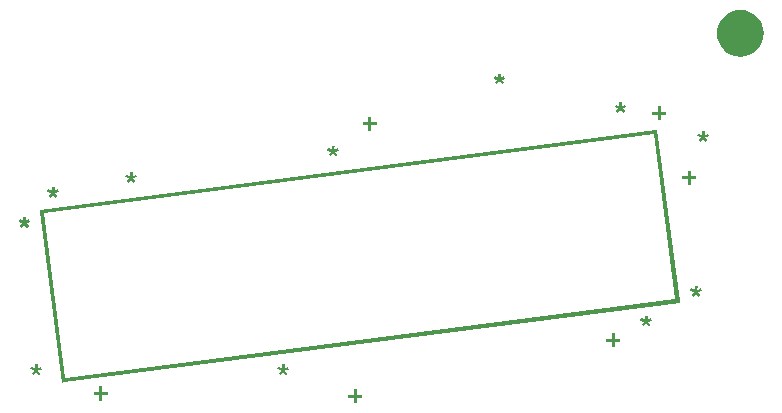
<source format=gbs>
G04*
G04 #@! TF.GenerationSoftware,Altium Limited,Altium Designer,23.3.1 (30)*
G04*
G04 Layer_Color=16711935*
%FSLAX44Y44*%
%MOMM*%
G71*
G04*
G04 #@! TF.SameCoordinates,9821F40D-38B2-4F82-885C-9BFABF201401*
G04*
G04*
G04 #@! TF.FilePolarity,Negative*
G04*
G01*
G75*
%ADD11C,3.2032*%
G36*
X726550Y432593D02*
X730284Y431460D01*
X733726Y429621D01*
X736742Y427145D01*
X739217Y424129D01*
X741057Y420687D01*
X742189Y416953D01*
X742572Y413070D01*
X742189Y409187D01*
X741057Y405453D01*
X739217Y402011D01*
X736742Y398995D01*
X733726Y396519D01*
X730284Y394680D01*
X726550Y393547D01*
X722667Y393165D01*
X718783Y393547D01*
X715049Y394680D01*
X711608Y396519D01*
X708591Y398995D01*
X706116Y402011D01*
X704277Y405453D01*
X703144Y409187D01*
X702761Y413070D01*
X703144Y416953D01*
X704277Y420687D01*
X706116Y424129D01*
X708591Y427145D01*
X711608Y429621D01*
X715049Y431460D01*
X718783Y432593D01*
X722667Y432975D01*
X726550Y432593D01*
D02*
G37*
G36*
X519898Y375815D02*
X519903Y375801D01*
X519902Y375787D01*
X519911Y375777D01*
X519916Y375765D01*
X519929Y375759D01*
X519939Y375749D01*
X519952Y375748D01*
X519963Y375743D01*
X519977Y375748D01*
X519991Y375748D01*
X522928Y376906D01*
X523727Y374600D01*
X520700Y373820D01*
X520690Y373812D01*
X520677Y373809D01*
X520669Y373797D01*
X520658Y373788D01*
X520656Y373775D01*
X520649Y373764D01*
X520653Y373750D01*
X520651Y373736D01*
X520659Y373726D01*
X520662Y373713D01*
X522510Y371201D01*
X520612Y369808D01*
X518837Y372459D01*
X518825Y372466D01*
X518817Y372478D01*
X518804Y372480D01*
X518793Y372488D01*
X518779Y372485D01*
X518766Y372488D01*
X518755Y372480D01*
X518741Y372478D01*
X518733Y372466D01*
X518722Y372459D01*
X516970Y369831D01*
X515074Y371225D01*
X516899Y373713D01*
X516902Y373725D01*
X516910Y373735D01*
X516908Y373750D01*
X516911Y373764D01*
X516904Y373775D01*
X516903Y373787D01*
X516891Y373796D01*
X516884Y373809D01*
X516871Y373812D01*
X516861Y373820D01*
X513905Y374623D01*
X514681Y376906D01*
X517567Y375748D01*
X517582Y375748D01*
X517595Y375743D01*
X517607Y375748D01*
X517619Y375748D01*
X517630Y375759D01*
X517643Y375765D01*
X517647Y375777D01*
X517656Y375786D01*
X517656Y375801D01*
X517661Y375815D01*
X517520Y378986D01*
X520040D01*
X519898Y375815D01*
D02*
G37*
G36*
X622389Y351694D02*
X622394Y351680D01*
X622394Y351666D01*
X622403Y351656D01*
X622407Y351645D01*
X622420Y351638D01*
X622430Y351628D01*
X622443Y351628D01*
X622454Y351622D01*
X622468Y351627D01*
X622483Y351627D01*
X625419Y352785D01*
X626219Y350479D01*
X623192Y349699D01*
X623181Y349691D01*
X623168Y349688D01*
X623161Y349676D01*
X623150Y349667D01*
X623148Y349654D01*
X623141Y349643D01*
X623144Y349629D01*
X623142Y349615D01*
X623150Y349605D01*
X623153Y349592D01*
X625001Y347080D01*
X623104Y345687D01*
X621328Y348338D01*
X621316Y348345D01*
X621309Y348357D01*
X621296Y348359D01*
X621284Y348367D01*
X621271Y348364D01*
X621257Y348367D01*
X621246Y348359D01*
X621232Y348357D01*
X621225Y348345D01*
X621214Y348338D01*
X619461Y345710D01*
X617565Y347104D01*
X619390Y349592D01*
X619393Y349604D01*
X619401Y349614D01*
X619399Y349629D01*
X619403Y349643D01*
X619396Y349654D01*
X619394Y349667D01*
X619383Y349675D01*
X619375Y349688D01*
X619363Y349691D01*
X619353Y349699D01*
X616397Y350502D01*
X617172Y352785D01*
X620058Y351627D01*
X620073Y351627D01*
X620087Y351622D01*
X620098Y351628D01*
X620111Y351628D01*
X620121Y351638D01*
X620135Y351644D01*
X620139Y351656D01*
X620148Y351665D01*
X620148Y351680D01*
X620153Y351694D01*
X620012Y354865D01*
X622532D01*
X622389Y351694D01*
D02*
G37*
G36*
X655283Y346877D02*
X655303Y346829D01*
X655352Y346809D01*
X659993D01*
Y344369D01*
X655352D01*
X655303Y344349D01*
X655283Y344300D01*
Y339629D01*
X652841D01*
Y344300D01*
X652821Y344349D01*
X652772Y344369D01*
X648131D01*
Y346809D01*
X652772D01*
X652821Y346829D01*
X652841Y346877D01*
Y351548D01*
X655283D01*
Y346877D01*
D02*
G37*
G36*
X410089Y337678D02*
X410109Y337630D01*
X410158Y337610D01*
X414799D01*
Y335170D01*
X410158D01*
X410109Y335149D01*
X410089Y335101D01*
Y330430D01*
X407647D01*
Y335101D01*
X407627Y335149D01*
X407578Y335170D01*
X402937D01*
Y337610D01*
X407578D01*
X407627Y337630D01*
X407647Y337678D01*
Y342349D01*
X410089D01*
Y337678D01*
D02*
G37*
G36*
X692422Y327121D02*
X692427Y327108D01*
X692427Y327093D01*
X692436Y327084D01*
X692440Y327072D01*
X692453Y327066D01*
X692463Y327055D01*
X692476Y327055D01*
X692487Y327049D01*
X692501Y327054D01*
X692516Y327054D01*
X695452Y328213D01*
X696252Y325906D01*
X693225Y325126D01*
X693214Y325118D01*
X693201Y325115D01*
X693194Y325103D01*
X693183Y325095D01*
X693181Y325081D01*
X693174Y325070D01*
X693177Y325056D01*
X693175Y325043D01*
X693183Y325032D01*
X693186Y325019D01*
X695034Y322507D01*
X693137Y321114D01*
X691361Y323765D01*
X691349Y323773D01*
X691342Y323784D01*
X691328Y323787D01*
X691317Y323794D01*
X691304Y323792D01*
X691290Y323794D01*
X691279Y323787D01*
X691265Y323784D01*
X691258Y323773D01*
X691246Y323765D01*
X689494Y321138D01*
X687598Y322531D01*
X689423Y325019D01*
X689426Y325032D01*
X689434Y325042D01*
X689432Y325056D01*
X689436Y325070D01*
X689429Y325081D01*
X689427Y325094D01*
X689416Y325103D01*
X689408Y325115D01*
X689396Y325118D01*
X689386Y325126D01*
X686430Y325929D01*
X687205Y328212D01*
X690091Y327054D01*
X690106Y327054D01*
X690120Y327049D01*
X690131Y327055D01*
X690144Y327055D01*
X690154Y327065D01*
X690167Y327072D01*
X690172Y327084D01*
X690181Y327093D01*
X690180Y327107D01*
X690185Y327121D01*
X690045Y330293D01*
X692565D01*
X692422Y327121D01*
D02*
G37*
G36*
X379060Y314847D02*
X379065Y314833D01*
X379064Y314818D01*
X379073Y314809D01*
X379078Y314797D01*
X379091Y314791D01*
X379101Y314781D01*
X379114Y314780D01*
X379125Y314775D01*
X379139Y314780D01*
X379154Y314780D01*
X382090Y315938D01*
X382890Y313632D01*
X379862Y312852D01*
X379852Y312844D01*
X379839Y312840D01*
X379831Y312829D01*
X379820Y312820D01*
X379818Y312807D01*
X379812Y312796D01*
X379815Y312782D01*
X379813Y312768D01*
X379821Y312757D01*
X379824Y312744D01*
X381672Y310233D01*
X379774Y308839D01*
X377999Y311491D01*
X377987Y311498D01*
X377980Y311509D01*
X377966Y311512D01*
X377955Y311520D01*
X377941Y311517D01*
X377928Y311520D01*
X377917Y311512D01*
X377903Y311509D01*
X377896Y311498D01*
X377884Y311490D01*
X376132Y308863D01*
X374236Y310257D01*
X376061Y312745D01*
X376064Y312757D01*
X376072Y312767D01*
X376070Y312782D01*
X376073Y312796D01*
X376067Y312807D01*
X376065Y312819D01*
X376053Y312828D01*
X376046Y312841D01*
X376033Y312844D01*
X376023Y312852D01*
X373067Y313654D01*
X373843Y315938D01*
X376729Y314780D01*
X376744Y314780D01*
X376758Y314775D01*
X376769Y314780D01*
X376782Y314780D01*
X376792Y314791D01*
X376805Y314797D01*
X376810Y314809D01*
X376818Y314818D01*
X376818Y314833D01*
X376823Y314847D01*
X376682Y318018D01*
X379202D01*
X379060Y314847D01*
D02*
G37*
G36*
X208087Y292349D02*
X208092Y292335D01*
X208092Y292320D01*
X208101Y292311D01*
X208105Y292299D01*
X208119Y292293D01*
X208129Y292283D01*
X208141Y292282D01*
X208153Y292277D01*
X208167Y292282D01*
X208181Y292282D01*
X211117Y293440D01*
X211917Y291134D01*
X208890Y290354D01*
X208880Y290346D01*
X208867Y290343D01*
X208859Y290331D01*
X208848Y290322D01*
X208846Y290309D01*
X208839Y290298D01*
X208843Y290284D01*
X208841Y290270D01*
X208849Y290259D01*
X208852Y290247D01*
X210700Y287735D01*
X208802Y286341D01*
X207026Y288993D01*
X207015Y289000D01*
X207007Y289012D01*
X206994Y289014D01*
X206982Y289022D01*
X206969Y289019D01*
X206956Y289022D01*
X206944Y289014D01*
X206931Y289012D01*
X206923Y289000D01*
X206912Y288993D01*
X205160Y286365D01*
X203264Y287759D01*
X205089Y290247D01*
X205091Y290259D01*
X205099Y290269D01*
X205098Y290284D01*
X205101Y290298D01*
X205094Y290309D01*
X205093Y290322D01*
X205081Y290330D01*
X205074Y290343D01*
X205061Y290346D01*
X205051Y290354D01*
X202095Y291157D01*
X202871Y293440D01*
X205757Y292282D01*
X205771Y292282D01*
X205785Y292277D01*
X205797Y292282D01*
X205809Y292283D01*
X205820Y292293D01*
X205833Y292299D01*
X205837Y292311D01*
X205846Y292320D01*
X205846Y292335D01*
X205851Y292349D01*
X205710Y295520D01*
X208230D01*
X208087Y292349D01*
D02*
G37*
G36*
X680562Y292205D02*
X680582Y292156D01*
X680631Y292136D01*
X685272D01*
Y289696D01*
X680631D01*
X680582Y289676D01*
X680562Y289627D01*
Y284957D01*
X678120D01*
Y289627D01*
X678100Y289676D01*
X678051Y289696D01*
X673410D01*
Y292136D01*
X678051D01*
X678100Y292156D01*
X678120Y292205D01*
Y296876D01*
X680562D01*
Y292205D01*
D02*
G37*
G36*
X142044Y279953D02*
X142049Y279939D01*
X142049Y279925D01*
X142058Y279916D01*
X142062Y279904D01*
X142075Y279898D01*
X142086Y279887D01*
X142098Y279887D01*
X142110Y279881D01*
X142123Y279886D01*
X142138Y279886D01*
X145074Y281045D01*
X145874Y278738D01*
X142847Y277958D01*
X142836Y277950D01*
X142823Y277947D01*
X142816Y277935D01*
X142805Y277927D01*
X142803Y277913D01*
X142796Y277902D01*
X142800Y277888D01*
X142797Y277875D01*
X142806Y277864D01*
X142809Y277851D01*
X144657Y275339D01*
X142759Y273946D01*
X140983Y276597D01*
X140972Y276605D01*
X140964Y276616D01*
X140951Y276619D01*
X140939Y276626D01*
X140926Y276624D01*
X140913Y276626D01*
X140901Y276619D01*
X140888Y276616D01*
X140880Y276605D01*
X140869Y276597D01*
X139116Y273970D01*
X137221Y275363D01*
X139045Y277851D01*
X139048Y277864D01*
X139056Y277874D01*
X139054Y277888D01*
X139058Y277902D01*
X139051Y277913D01*
X139050Y277926D01*
X139038Y277935D01*
X139031Y277947D01*
X139018Y277950D01*
X139008Y277958D01*
X136052Y278761D01*
X136827Y281044D01*
X139713Y279886D01*
X139728Y279886D01*
X139742Y279881D01*
X139754Y279887D01*
X139766Y279887D01*
X139776Y279897D01*
X139790Y279904D01*
X139794Y279916D01*
X139803Y279925D01*
X139803Y279939D01*
X139808Y279953D01*
X139667Y283125D01*
X142187D01*
X142044Y279953D01*
D02*
G37*
G36*
X117661Y254433D02*
X117666Y254419D01*
X117666Y254405D01*
X117675Y254395D01*
X117679Y254383D01*
X117692Y254377D01*
X117702Y254367D01*
X117715Y254366D01*
X117726Y254361D01*
X117740Y254366D01*
X117755Y254366D01*
X120691Y255524D01*
X121491Y253218D01*
X118464Y252438D01*
X118453Y252430D01*
X118440Y252427D01*
X118433Y252415D01*
X118422Y252406D01*
X118420Y252393D01*
X118413Y252382D01*
X118416Y252368D01*
X118414Y252354D01*
X118422Y252344D01*
X118425Y252331D01*
X120274Y249819D01*
X118376Y248426D01*
X116600Y251077D01*
X116588Y251084D01*
X116581Y251096D01*
X116567Y251098D01*
X116556Y251106D01*
X116543Y251103D01*
X116529Y251106D01*
X116518Y251098D01*
X116504Y251096D01*
X116497Y251084D01*
X116486Y251077D01*
X114733Y248449D01*
X112837Y249843D01*
X114662Y252331D01*
X114665Y252343D01*
X114673Y252353D01*
X114671Y252368D01*
X114675Y252382D01*
X114668Y252393D01*
X114666Y252405D01*
X114655Y252414D01*
X114647Y252427D01*
X114635Y252430D01*
X114625Y252438D01*
X111669Y253241D01*
X112444Y255524D01*
X115330Y254366D01*
X115345Y254366D01*
X115359Y254361D01*
X115370Y254366D01*
X115383Y254366D01*
X115393Y254377D01*
X115407Y254383D01*
X115411Y254395D01*
X115420Y254404D01*
X115419Y254419D01*
X115424Y254433D01*
X115284Y257604D01*
X117804D01*
X117661Y254433D01*
D02*
G37*
G36*
X686422Y196047D02*
X686427Y196033D01*
X686427Y196019D01*
X686435Y196010D01*
X686440Y195998D01*
X686453Y195991D01*
X686463Y195981D01*
X686476Y195981D01*
X686488Y195975D01*
X686501Y195980D01*
X686516Y195980D01*
X689452Y197139D01*
X690252Y194832D01*
X687225Y194052D01*
X687214Y194044D01*
X687201Y194041D01*
X687194Y194029D01*
X687183Y194021D01*
X687181Y194007D01*
X687174Y193996D01*
X687177Y193982D01*
X687175Y193969D01*
X687183Y193958D01*
X687186Y193945D01*
X689034Y191433D01*
X687137Y190040D01*
X685361Y192691D01*
X685349Y192699D01*
X685342Y192710D01*
X685328Y192713D01*
X685317Y192720D01*
X685304Y192718D01*
X685290Y192720D01*
X685279Y192713D01*
X685265Y192710D01*
X685258Y192699D01*
X685247Y192691D01*
X683494Y190064D01*
X681598Y191457D01*
X683423Y193945D01*
X683426Y193958D01*
X683434Y193968D01*
X683432Y193982D01*
X683436Y193996D01*
X683429Y194007D01*
X683427Y194020D01*
X683416Y194029D01*
X683408Y194041D01*
X683396Y194044D01*
X683386Y194052D01*
X680430Y194855D01*
X681205Y197138D01*
X684091Y195980D01*
X684106Y195980D01*
X684120Y195975D01*
X684131Y195981D01*
X684144Y195981D01*
X684154Y195991D01*
X684167Y195998D01*
X684172Y196009D01*
X684181Y196018D01*
X684180Y196033D01*
X684185Y196047D01*
X684045Y199219D01*
X686565D01*
X686422Y196047D01*
D02*
G37*
G36*
X644143Y171017D02*
X644148Y171003D01*
X644147Y170988D01*
X644156Y170979D01*
X644161Y170967D01*
X644174Y170961D01*
X644184Y170951D01*
X644197Y170950D01*
X644208Y170945D01*
X644222Y170950D01*
X644237Y170950D01*
X647173Y172108D01*
X647973Y169802D01*
X644946Y169022D01*
X644935Y169014D01*
X644922Y169011D01*
X644915Y168999D01*
X644903Y168990D01*
X644902Y168977D01*
X644895Y168966D01*
X644898Y168952D01*
X644896Y168938D01*
X644904Y168927D01*
X644907Y168915D01*
X646755Y166403D01*
X644858Y165009D01*
X643082Y167661D01*
X643070Y167668D01*
X643063Y167680D01*
X643049Y167682D01*
X643038Y167690D01*
X643025Y167687D01*
X643011Y167690D01*
X643000Y167682D01*
X642986Y167680D01*
X642979Y167668D01*
X642967Y167661D01*
X641215Y165033D01*
X639319Y166427D01*
X641144Y168915D01*
X641147Y168927D01*
X641155Y168937D01*
X641153Y168952D01*
X641156Y168966D01*
X641150Y168977D01*
X641148Y168989D01*
X641137Y168998D01*
X641129Y169011D01*
X641117Y169014D01*
X641106Y169022D01*
X638151Y169825D01*
X638926Y172108D01*
X641812Y170950D01*
X641827Y170950D01*
X641841Y170945D01*
X641852Y170950D01*
X641865Y170950D01*
X641875Y170961D01*
X641888Y170967D01*
X641893Y170979D01*
X641901Y170988D01*
X641901Y171003D01*
X641906Y171017D01*
X641766Y174188D01*
X644286D01*
X644143Y171017D01*
D02*
G37*
G36*
X616529Y154608D02*
X616549Y154559D01*
X616598Y154539D01*
X621239D01*
Y152099D01*
X616598D01*
X616549Y152079D01*
X616529Y152030D01*
Y147360D01*
X614087D01*
Y152030D01*
X614067Y152079D01*
X614018Y152099D01*
X609377D01*
Y154539D01*
X614018D01*
X614067Y154559D01*
X614087Y154608D01*
Y159279D01*
X616529D01*
Y154608D01*
D02*
G37*
G36*
X336832Y129674D02*
X336837Y129660D01*
X336836Y129646D01*
X336845Y129636D01*
X336850Y129624D01*
X336863Y129618D01*
X336873Y129608D01*
X336886Y129607D01*
X336897Y129602D01*
X336911Y129607D01*
X336926Y129607D01*
X339862Y130765D01*
X340662Y128459D01*
X337634Y127679D01*
X337624Y127671D01*
X337611Y127668D01*
X337603Y127656D01*
X337592Y127647D01*
X337590Y127634D01*
X337584Y127623D01*
X337587Y127609D01*
X337585Y127595D01*
X337593Y127585D01*
X337596Y127572D01*
X339444Y125060D01*
X337546Y123666D01*
X335770Y126318D01*
X335759Y126325D01*
X335752Y126337D01*
X335738Y126339D01*
X335727Y126347D01*
X335713Y126344D01*
X335700Y126347D01*
X335689Y126339D01*
X335675Y126337D01*
X335668Y126325D01*
X335656Y126318D01*
X333904Y123690D01*
X332008Y125084D01*
X333833Y127572D01*
X333836Y127584D01*
X333844Y127594D01*
X333842Y127609D01*
X333845Y127623D01*
X333839Y127634D01*
X333837Y127647D01*
X333825Y127655D01*
X333818Y127668D01*
X333805Y127671D01*
X333795Y127679D01*
X330840Y128482D01*
X331615Y130765D01*
X334501Y129607D01*
X334516Y129607D01*
X334530Y129602D01*
X334541Y129607D01*
X334553Y129607D01*
X334564Y129618D01*
X334577Y129624D01*
X334581Y129636D01*
X334590Y129645D01*
X334590Y129660D01*
X334595Y129674D01*
X334454Y132845D01*
X336974D01*
X336832Y129674D01*
D02*
G37*
G36*
X127661D02*
X127666Y129660D01*
X127666Y129646D01*
X127675Y129636D01*
X127679Y129624D01*
X127692Y129618D01*
X127702Y129608D01*
X127715Y129607D01*
X127726Y129602D01*
X127740Y129607D01*
X127755Y129607D01*
X130691Y130765D01*
X131491Y128459D01*
X128464Y127679D01*
X128453Y127671D01*
X128440Y127668D01*
X128433Y127656D01*
X128422Y127647D01*
X128420Y127634D01*
X128413Y127623D01*
X128416Y127609D01*
X128414Y127595D01*
X128422Y127585D01*
X128425Y127572D01*
X130274Y125060D01*
X128376Y123666D01*
X126600Y126318D01*
X126588Y126325D01*
X126581Y126337D01*
X126567Y126339D01*
X126556Y126347D01*
X126543Y126344D01*
X126529Y126347D01*
X126518Y126339D01*
X126504Y126337D01*
X126497Y126325D01*
X126486Y126318D01*
X124733Y123690D01*
X122837Y125084D01*
X124662Y127572D01*
X124665Y127584D01*
X124673Y127594D01*
X124671Y127609D01*
X124675Y127623D01*
X124668Y127634D01*
X124666Y127647D01*
X124655Y127655D01*
X124647Y127668D01*
X124635Y127671D01*
X124625Y127679D01*
X121669Y128482D01*
X122444Y130765D01*
X125330Y129607D01*
X125345Y129607D01*
X125359Y129602D01*
X125370Y129607D01*
X125383Y129607D01*
X125393Y129618D01*
X125407Y129624D01*
X125411Y129636D01*
X125420Y129645D01*
X125419Y129660D01*
X125424Y129674D01*
X125284Y132845D01*
X127804D01*
X127661Y129674D01*
D02*
G37*
G36*
X671303Y186811D02*
X671303Y186811D01*
X671519Y185130D01*
X150051Y117635D01*
X150051Y117635D01*
X148369Y117420D01*
X129636Y262129D01*
X129636Y262129D01*
X129421Y263810D01*
X650889Y331305D01*
X650889Y331305D01*
X652571Y331520D01*
X671303Y186811D01*
D02*
G37*
G36*
X182254Y109420D02*
X182274Y109372D01*
X182323Y109352D01*
X186964D01*
Y106912D01*
X182323D01*
X182274Y106891D01*
X182254Y106843D01*
Y102172D01*
X179812D01*
Y106843D01*
X179792Y106891D01*
X179743Y106912D01*
X175102D01*
Y109352D01*
X179743D01*
X179792Y109372D01*
X179812Y109420D01*
Y114091D01*
X182254D01*
Y109420D01*
D02*
G37*
G36*
X398089Y107227D02*
X398109Y107178D01*
X398158Y107158D01*
X402799D01*
Y104718D01*
X398158D01*
X398109Y104698D01*
X398089Y104650D01*
Y99979D01*
X395647D01*
Y104650D01*
X395627Y104698D01*
X395578Y104718D01*
X390937D01*
Y107158D01*
X395578D01*
X395627Y107178D01*
X395647Y107227D01*
Y111898D01*
X398089D01*
Y107227D01*
D02*
G37*
%LPC*%
G36*
X724144Y428070D02*
X721189D01*
X718291Y427494D01*
X715562Y426363D01*
X713105Y424721D01*
X711015Y422632D01*
X709374Y420175D01*
X708243Y417445D01*
X707667Y414547D01*
Y411593D01*
X708243Y408695D01*
X709374Y405965D01*
X711015Y403508D01*
X713105Y401419D01*
X715562Y399777D01*
X718291Y398647D01*
X721189Y398070D01*
X724144D01*
X727042Y398647D01*
X729772Y399777D01*
X732229Y401419D01*
X734318Y403508D01*
X735959Y405965D01*
X737090Y408695D01*
X737667Y411593D01*
Y414547D01*
X737090Y417445D01*
X735959Y420175D01*
X734318Y422632D01*
X732229Y424721D01*
X729772Y426363D01*
X727042Y427494D01*
X724144Y428070D01*
D02*
G37*
G36*
X649576Y327717D02*
X133284Y260893D01*
X133238Y260866D01*
X133224Y260816D01*
X151287Y121282D01*
X151313Y121237D01*
X151364Y121223D01*
X667656Y188047D01*
X667702Y188074D01*
X667716Y188124D01*
X649653Y327658D01*
X649627Y327703D01*
X649576Y327717D01*
D02*
G37*
%LPD*%
D11*
X722667Y413070D02*
D03*
M02*

</source>
